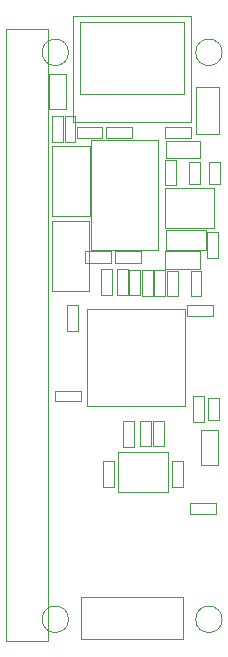
<source format=gbr>
G04 #@! TF.GenerationSoftware,KiCad,Pcbnew,(6.0.7)*
G04 #@! TF.CreationDate,2022-09-22T23:06:15+05:30*
G04 #@! TF.ProjectId,Mitayi-Pico-RP2040,4d697461-7969-42d5-9069-636f2d525032,0.4*
G04 #@! TF.SameCoordinates,PX825e060PY6d4a840*
G04 #@! TF.FileFunction,Other,User*
%FSLAX46Y46*%
G04 Gerber Fmt 4.6, Leading zero omitted, Abs format (unit mm)*
G04 Created by KiCad (PCBNEW (6.0.7)) date 2022-09-22 23:06:15*
%MOMM*%
%LPD*%
G01*
G04 APERTURE LIST*
%ADD10C,0.050000*%
G04 APERTURE END LIST*
D10*
X16930000Y18360000D02*
X16930000Y20220000D01*
X17870000Y18360000D02*
X16930000Y18360000D01*
X16930000Y20220000D02*
X17870000Y20220000D01*
X17870000Y20220000D02*
X17870000Y18360000D01*
X17760000Y14570000D02*
X16300000Y14570000D01*
X17760000Y17530000D02*
X17760000Y14570000D01*
X16300000Y14570000D02*
X16300000Y17530000D01*
X16300000Y17530000D02*
X17760000Y17530000D01*
X8970000Y14860000D02*
X8970000Y12700000D01*
X8050000Y14860000D02*
X8970000Y14860000D01*
X8050000Y12700000D02*
X8050000Y14860000D01*
X8970000Y12700000D02*
X8050000Y12700000D01*
X5890000Y28090000D02*
X5890000Y25930000D01*
X4970000Y25930000D02*
X4970000Y28090000D01*
X4970000Y28090000D02*
X5890000Y28090000D01*
X5890000Y25930000D02*
X4970000Y25930000D01*
X13330000Y42020000D02*
X16290000Y42020000D01*
X13330000Y40560000D02*
X13330000Y42020000D01*
X16290000Y40560000D02*
X13330000Y40560000D01*
X16290000Y42020000D02*
X16290000Y40560000D01*
X6160000Y20860000D02*
X6160000Y19940000D01*
X6160000Y19940000D02*
X4000000Y19940000D01*
X4000000Y20860000D02*
X6160000Y20860000D01*
X4000000Y19940000D02*
X4000000Y20860000D01*
X16365000Y31010000D02*
X16365000Y28850000D01*
X16365000Y28850000D02*
X15445000Y28850000D01*
X15445000Y31010000D02*
X16365000Y31010000D01*
X15445000Y28850000D02*
X15445000Y31010000D01*
X5700000Y41910000D02*
X4780000Y41910000D01*
X5700000Y44070000D02*
X5700000Y41910000D01*
X4780000Y44070000D02*
X5700000Y44070000D01*
X4780000Y41910000D02*
X4780000Y44070000D01*
X8750000Y32640000D02*
X8750000Y31700000D01*
X8750000Y31700000D02*
X6550000Y31700000D01*
X6550000Y31700000D02*
X6550000Y32640000D01*
X6550000Y32640000D02*
X8750000Y32640000D01*
X15370000Y10390000D02*
X15370000Y11330000D01*
X17570000Y11330000D02*
X17570000Y10390000D01*
X17570000Y10390000D02*
X15370000Y10390000D01*
X15370000Y11330000D02*
X17570000Y11330000D01*
X18118034Y1490000D02*
G75*
G03*
X18118034Y1490000I-1118034J0D01*
G01*
X9750000Y16120000D02*
X9750000Y18320000D01*
X10690000Y16120000D02*
X9750000Y16120000D01*
X9750000Y18320000D02*
X10690000Y18320000D01*
X10690000Y18320000D02*
X10690000Y16120000D01*
X15150000Y27170000D02*
X15150000Y28090000D01*
X17310000Y27170000D02*
X15150000Y27170000D01*
X17310000Y28090000D02*
X17310000Y27170000D01*
X15150000Y28090000D02*
X17310000Y28090000D01*
X6700000Y27750000D02*
X6700000Y19510000D01*
X6700000Y19510000D02*
X14940000Y19510000D01*
X14940000Y19510000D02*
X14940000Y27750000D01*
X14940000Y27750000D02*
X6700000Y27750000D01*
X11355000Y31050000D02*
X12295000Y31050000D01*
X11355000Y28850000D02*
X11355000Y31050000D01*
X12295000Y28850000D02*
X11355000Y28850000D01*
X12295000Y31050000D02*
X12295000Y28850000D01*
X12290000Y18310000D02*
X13210000Y18310000D01*
X13210000Y18310000D02*
X13210000Y16150000D01*
X13210000Y16150000D02*
X12290000Y16150000D01*
X12290000Y16150000D02*
X12290000Y18310000D01*
X7000000Y32800000D02*
X12720000Y32800000D01*
X12720000Y32800000D02*
X12720000Y42100000D01*
X7000000Y42100000D02*
X7000000Y32800000D01*
X12720000Y42100000D02*
X7000000Y42100000D01*
X11180000Y28945000D02*
X10260000Y28945000D01*
X10260000Y28945000D02*
X10260000Y31105000D01*
X10260000Y31105000D02*
X11180000Y31105000D01*
X11180000Y31105000D02*
X11180000Y28945000D01*
X11280000Y31700000D02*
X9080000Y31700000D01*
X9080000Y32640000D02*
X11280000Y32640000D01*
X11280000Y32640000D02*
X11280000Y31700000D01*
X9080000Y31700000D02*
X9080000Y32640000D01*
X14390000Y28860000D02*
X13470000Y28860000D01*
X13470000Y28860000D02*
X13470000Y31020000D01*
X14390000Y31020000D02*
X14390000Y28860000D01*
X13470000Y31020000D02*
X14390000Y31020000D01*
X5830000Y43160000D02*
X7990000Y43160000D01*
X5830000Y42240000D02*
X5830000Y43160000D01*
X7990000Y43160000D02*
X7990000Y42240000D01*
X7990000Y42240000D02*
X5830000Y42240000D01*
X14800000Y-200000D02*
X14800000Y3400000D01*
X14800000Y3400000D02*
X6150000Y3400000D01*
X6150000Y3400000D02*
X6150000Y-200000D01*
X6150000Y-200000D02*
X14800000Y-200000D01*
X17970000Y38320000D02*
X17030000Y38320000D01*
X17030000Y40180000D02*
X17970000Y40180000D01*
X17030000Y38320000D02*
X17030000Y40180000D01*
X17970000Y40180000D02*
X17970000Y38320000D01*
X16830000Y34290000D02*
X17770000Y34290000D01*
X16830000Y32090000D02*
X16830000Y34290000D01*
X17770000Y32090000D02*
X16830000Y32090000D01*
X17770000Y34290000D02*
X17770000Y32090000D01*
X12090000Y16140000D02*
X11170000Y16140000D01*
X11170000Y16140000D02*
X11170000Y18300000D01*
X12090000Y18300000D02*
X12090000Y16140000D01*
X11170000Y18300000D02*
X12090000Y18300000D01*
X15640000Y20390000D02*
X16560000Y20390000D01*
X15640000Y18230000D02*
X15640000Y20390000D01*
X16560000Y18230000D02*
X15640000Y18230000D01*
X16560000Y20390000D02*
X16560000Y18230000D01*
X16270000Y31190000D02*
X13310000Y31190000D01*
X13310000Y31190000D02*
X13310000Y32650000D01*
X16270000Y32650000D02*
X16270000Y31190000D01*
X13310000Y32650000D02*
X16270000Y32650000D01*
X5118034Y1490000D02*
G75*
G03*
X5118034Y1490000I-1118034J0D01*
G01*
X15510000Y43570000D02*
X5510000Y43570000D01*
X5510000Y43570000D02*
X5510000Y52570000D01*
X5510000Y52570000D02*
X15510000Y52570000D01*
X15510000Y52570000D02*
X15510000Y43570000D01*
X14220000Y40400000D02*
X14220000Y38240000D01*
X14220000Y38240000D02*
X13300000Y38240000D01*
X13300000Y40400000D02*
X14220000Y40400000D01*
X13300000Y38240000D02*
X13300000Y40400000D01*
X16220000Y40180000D02*
X16220000Y38320000D01*
X15280000Y40180000D02*
X16220000Y40180000D01*
X16220000Y38320000D02*
X15280000Y38320000D01*
X15280000Y38320000D02*
X15280000Y40180000D01*
X8250000Y43170000D02*
X10450000Y43170000D01*
X10450000Y43170000D02*
X10450000Y42230000D01*
X8250000Y42230000D02*
X8250000Y43170000D01*
X10450000Y42230000D02*
X8250000Y42230000D01*
X13530000Y12250000D02*
X13530000Y15650000D01*
X9330000Y15650000D02*
X9330000Y12250000D01*
X9330000Y12250000D02*
X13530000Y12250000D01*
X13530000Y15650000D02*
X9330000Y15650000D01*
X3700000Y44120000D02*
X4640000Y44120000D01*
X4640000Y44120000D02*
X4640000Y41920000D01*
X3700000Y41920000D02*
X3700000Y44120000D01*
X4640000Y41920000D02*
X3700000Y41920000D01*
X17850000Y42600000D02*
X17850000Y46600000D01*
X15950000Y42600000D02*
X17850000Y42600000D01*
X15950000Y46600000D02*
X17850000Y46600000D01*
X15950000Y42600000D02*
X15950000Y46600000D01*
X3470000Y47680000D02*
X4930000Y47680000D01*
X3470000Y44720000D02*
X3470000Y47680000D01*
X4930000Y44720000D02*
X3470000Y44720000D01*
X4930000Y47680000D02*
X4930000Y44720000D01*
X18118034Y49490000D02*
G75*
G03*
X18118034Y49490000I-1118034J0D01*
G01*
X14910000Y52040000D02*
X6110000Y52040000D01*
X14910000Y52040000D02*
X14910000Y45940000D01*
X14910000Y45940000D02*
X6110000Y45940000D01*
X6110000Y45940000D02*
X6110000Y52040000D01*
X5118034Y49490000D02*
G75*
G03*
X5118034Y49490000I-1118034J0D01*
G01*
X6900000Y41550000D02*
X3700000Y41550000D01*
X3700000Y41550000D02*
X3700000Y35650000D01*
X3700000Y35650000D02*
X6900000Y35650000D01*
X6900000Y35650000D02*
X6900000Y41550000D01*
X13870000Y12730000D02*
X13870000Y14890000D01*
X13870000Y14890000D02*
X14790000Y14890000D01*
X14790000Y14890000D02*
X14790000Y12730000D01*
X14790000Y12730000D02*
X13870000Y12730000D01*
X9260000Y31110000D02*
X10180000Y31110000D01*
X10180000Y31110000D02*
X10180000Y28950000D01*
X10180000Y28950000D02*
X9260000Y28950000D01*
X9260000Y28950000D02*
X9260000Y31110000D01*
X13295000Y31050000D02*
X13295000Y28850000D01*
X12355000Y31050000D02*
X13295000Y31050000D01*
X13295000Y28850000D02*
X12355000Y28850000D01*
X12355000Y28850000D02*
X12355000Y31050000D01*
X-200000Y-350000D02*
X3400000Y-350000D01*
X-200000Y51500000D02*
X-200000Y-350000D01*
X3400000Y51500000D02*
X-200000Y51500000D01*
X3400000Y-350000D02*
X3400000Y51500000D01*
X16735000Y32720000D02*
X13335000Y32720000D01*
X13335000Y34480000D02*
X16735000Y34480000D01*
X13335000Y32720000D02*
X13335000Y34480000D01*
X16735000Y34480000D02*
X16735000Y32720000D01*
X13300000Y42230000D02*
X13300000Y43170000D01*
X15500000Y42230000D02*
X13300000Y42230000D01*
X13300000Y43170000D02*
X15500000Y43170000D01*
X15500000Y43170000D02*
X15500000Y42230000D01*
X17400000Y38030000D02*
X13300000Y38030000D01*
X13300000Y34630000D02*
X17400000Y34630000D01*
X13300000Y38030000D02*
X13300000Y34630000D01*
X17400000Y34630000D02*
X17400000Y38030000D01*
X7860000Y31130000D02*
X8800000Y31130000D01*
X7860000Y28930000D02*
X7860000Y31130000D01*
X8800000Y28930000D02*
X7860000Y28930000D01*
X8800000Y31130000D02*
X8800000Y28930000D01*
X3685000Y29285000D02*
X6885000Y29285000D01*
X6885000Y29285000D02*
X6885000Y35185000D01*
X6885000Y35185000D02*
X3685000Y35185000D01*
X3685000Y35185000D02*
X3685000Y29285000D01*
M02*

</source>
